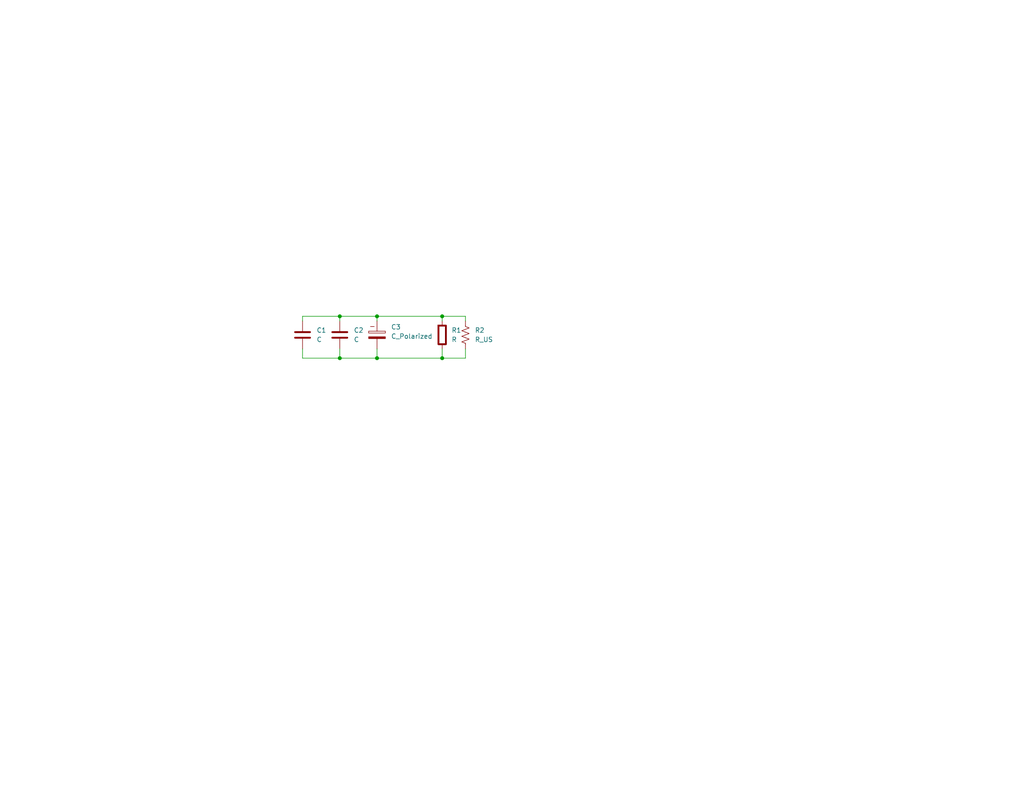
<source format=kicad_sch>
(kicad_sch (version 20211123) (generator eeschema)
  (paper "USLetter")
  (title_block (title "Test PCB - Modified Symbols") (date "2022-04-13"))
  (lib_symbols
    (symbol "Device:C" (pin_numbers hide) (pin_names (offset 0.254))
      (property "Reference" "C" (at 0.635 2.54 0))
      (property "Value" "C" (at 0.635 -2.54 0))
      (symbol "C_0_1"
        (polyline (pts (xy -2.032 -0.762) (xy 2.032 -0.762)) (stroke (width 0.508)))
        (polyline (pts (xy -2.032 0.762) (xy 2.032 0.762)) (stroke (width 0.508)))
      )
      (symbol "C_1_1"
        (pin passive line (at 0 3.81 270) (length 2.794) (name "~") (number "1"))
        (pin passive line (at 0 -3.81 90) (length 2.794) (name "~") (number "2"))
      )
    )
    (symbol "Device:C_Polarized" (pin_numbers hide) (pin_names (offset 0.254))
      (property "Reference" "C3" (at 3.81 2.1591 0))
      (property "Value" "C_Polarized" (at 3.81 -0.3809 0))
      (symbol "C_Polarized_0_1"
        (rectangle (start -2.286 0.508) (end 2.286 1.016))
        (polyline (pts (xy -1.778 2.286) (xy -0.762 2.286)))
        (rectangle (start 2.286 -0.508) (end -2.286 -1.016) (fill (type outline)))
      )
      (symbol "C_Polarized_1_1"
        (pin passive line (at 0 3.81 270) (length 2.794) (name "~") (number "1"))
        (pin passive line (at 0 -3.81 90) (length 2.794) (name "~") (number "2"))
      )
    )
    (symbol "Device:R" (pin_numbers hide) (pin_names (offset 0))
      (property "Reference" "R1" (at 2.54 1.2701 0))
      (property "Value" "R" (at 2.54 -1.2699 0))
      (symbol "R_0_1"
        (rectangle (start -1.016 -2.54) (end 1.016 2.54) (stroke (width 0.5)))
      )
      (symbol "R_1_1"
        (pin output line (at 0 3.81 270) (length 1.27) (name "~") (number "1"))
        (pin passive line (at 0 -3.81 90) (length 1.27) (name "~") (number "2"))
      )
    )
    (symbol "Device:R_US" (pin_numbers hide) (pin_names (offset 0))
      (property "Reference" "R" (at 2.54 0 90))
      (property "Value" "R_US" (at -2.54 0 90))
      (symbol "R_US_0_1"
        (polyline (pts (xy 0 -2.286) (xy 0 -2.54)))
        (polyline (pts (xy 0 2.286) (xy 0 2.54)))
        (polyline (pts (xy 0 -0.762) (xy 1.016 -1.143) (xy 0 -1.524) (xy -1.016 -1.905) (xy 0 -2.286)))
        (polyline (pts (xy 0 0.762) (xy 1.016 0.381) (xy 0 0) (xy -1.016 -0.381) (xy 0 -0.762)))
        (polyline (pts (xy 0 2.286) (xy 1.016 1.905) (xy 0 1.524) (xy -1.016 1.143) (xy 0 0.762)))
      )
      (symbol "R_US_1_1"
        (pin passive line (at 0 3.81 270) (length 1.27) (name "~") (number "1"))
        (pin passive line (at 0 -3.81 90) (length 1.27) (name "~") (number "2"))
      )
    )
  )
  (junction (at 120.65 86.36))
  (junction (at 102.87 86.36))
  (junction (at 92.71 86.36))
  (junction (at 92.71 97.79))
  (junction (at 102.87 97.79))
  (junction (at 120.65 97.79))
  (wire (pts (xy 82.55 97.79) (xy 92.71 97.79)))
  (wire (pts (xy 127 86.36) (xy 120.65 86.36)))
  (wire (pts (xy 102.87 97.79) (xy 120.65 97.79)))
  (wire (pts (xy 127 97.79) (xy 127 95.25)))
  (wire (pts (xy 120.65 97.79) (xy 127 97.79)))
  (wire (pts (xy 120.65 86.36) (xy 120.65 87.63)))
  (wire (pts (xy 120.65 95.25) (xy 120.65 97.79)))
  (wire (pts (xy 102.87 86.36) (xy 102.87 87.63)))
  (wire (pts (xy 82.55 95.25) (xy 82.55 97.79)))
  (wire (pts (xy 120.65 86.36) (xy 102.87 86.36)))
  (wire (pts (xy 92.71 86.36) (xy 92.71 87.63)))
  (wire (pts (xy 92.71 86.36) (xy 82.55 86.36)))
  (wire (pts (xy 82.55 86.36) (xy 82.55 87.63)))
  (wire (pts (xy 92.71 97.79) (xy 102.87 97.79)))
  (wire (pts (xy 102.87 95.25) (xy 102.87 97.79)))
  (wire (pts (xy 127 86.36) (xy 127 87.63)))
  (wire (pts (xy 92.71 95.25) (xy 92.71 97.79)))
  (wire (pts (xy 102.87 86.36) (xy 92.71 86.36)))
  (symbol (lib_id "Device:R_US") (at 127 91.44 0) (unit 1)
    (property "Reference" "R2" (at 129.54 90.1699 0) (effects (justify left)))
    (property "Value" "R_US" (at 129.54 92.7099 0) (effects (justify left)))
    (property "Footprint" "Resistor_SMD:R_4020_10251Metric_Pad1.65x5.30mm_HandSolder" (effects hide))
  )
  (symbol (lib_id "Device:C") (at 82.55 91.44 0) (unit 1)
    (property "Reference" "C1" (at 86.36 90.1699 0) (effects (justify left)))
    (property "Value" "C" (at 86.36 92.7099 0) (effects (justify left)))
    (property "Footprint" "Capacitor_SMD:C_0805_2012Metric_Pad1.18x1.45mm_HandSolder" (effects hide))
  )
  (symbol (lib_id "Device:R") (at 120.65 91.44 0) (unit 1)
    (property "Reference" "R1" (at 123.19 90.1699 0) (effects (justify left)))
    (property "Value" "R" (at 123.19 92.7099 0) (effects (justify left)))
    (property "Footprint" "Resistor_SMD:R_0612_1632Metric_Pad1.18x3.40mm_HandSolder" (effects hide))
  )
  (symbol (lib_id "Device:C") (at 92.71 91.44 0) (unit 1)
    (property "Reference" "C2" (at 96.52 90.1699 0) (effects (justify left)))
    (property "Value" "C" (at 96.52 92.7099 0) (effects (justify left)))
    (property "Footprint" "Capacitor_SMD:C_2220_5650Metric_Pad1.97x5.40mm_HandSolder" (effects hide))
  )
  (symbol (lib_id "Device:C_Polarized") (at 102.87 91.44 0) (unit 1)
    (property "Reference" "C3" (at 106.68 89.2809 0) (effects (justify left)))
    (property "Value" "C_Polarized" (at 106.68 91.8209 0) (effects (justify left)))
    (property "Footprint" "Capacitor_SMD:CP_Elec_6.3x5.3" (effects hide))
  )
)
</source>
